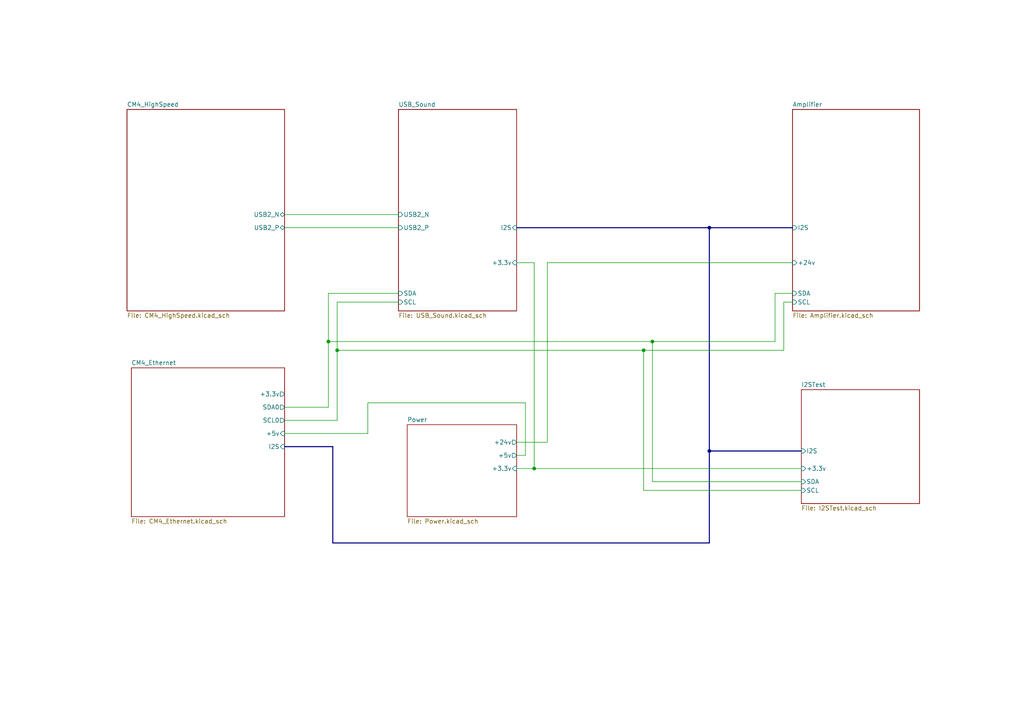
<source format=kicad_sch>
(kicad_sch (version 20230121) (generator eeschema)
  (paper "A4")
  (lib_symbols)
  (junction (at 97.79 101.6))
  (junction (at 154.94 135.89))
  (junction (at 189.23 99.06))
  (junction (at 95.25 99.06))
  (junction (at 205.74 130.81))
  (junction (at 186.69 101.6))
  (junction (at 205.74 66.04))
  (wire (pts (xy 229.87 85.09) (xy 224.79 85.09)))
  (wire (pts (xy 95.25 85.09) (xy 115.57 85.09)))
  (wire (pts (xy 154.94 76.2) (xy 154.94 135.89)))
  (wire (pts (xy 186.69 101.6) (xy 97.79 101.6)))
  (wire (pts (xy 82.55 66.04) (xy 115.57 66.04)))
  (bus (pts (xy 96.52 129.54) (xy 82.55 129.54)))
  (wire (pts (xy 149.86 76.2) (xy 154.94 76.2)))
  (wire (pts (xy 152.4 132.08) (xy 152.4 116.84)))
  (bus (pts (xy 205.74 130.81) (xy 205.74 157.48)))
  (wire (pts (xy 149.86 135.89) (xy 154.94 135.89)))
  (wire (pts (xy 97.79 121.92) (xy 82.55 121.92)))
  (bus (pts (xy 96.52 157.48) (xy 96.52 129.54)))
  (wire (pts (xy 95.25 99.06) (xy 95.25 85.09)))
  (wire (pts (xy 227.33 87.63) (xy 227.33 101.6)))
  (wire (pts (xy 158.75 76.2) (xy 229.87 76.2)))
  (wire (pts (xy 189.23 139.7) (xy 232.41 139.7)))
  (wire (pts (xy 154.94 135.89) (xy 232.41 135.89)))
  (wire (pts (xy 82.55 125.73) (xy 106.68 125.73)))
  (wire (pts (xy 152.4 116.84) (xy 106.68 116.84)))
  (wire (pts (xy 186.69 101.6) (xy 186.69 142.24)))
  (wire (pts (xy 224.79 99.06) (xy 189.23 99.06)))
  (wire (pts (xy 189.23 99.06) (xy 95.25 99.06)))
  (wire (pts (xy 115.57 87.63) (xy 97.79 87.63)))
  (wire (pts (xy 224.79 85.09) (xy 224.79 99.06)))
  (bus (pts (xy 205.74 66.04) (xy 205.74 130.81)))
  (wire (pts (xy 97.79 101.6) (xy 97.79 121.92)))
  (wire (pts (xy 189.23 99.06) (xy 189.23 139.7)))
  (bus (pts (xy 149.86 66.04) (xy 205.74 66.04)))
  (bus (pts (xy 205.74 157.48) (xy 96.52 157.48)))
  (wire (pts (xy 149.86 132.08) (xy 152.4 132.08)))
  (wire (pts (xy 82.55 118.11) (xy 95.25 118.11)))
  (wire (pts (xy 97.79 87.63) (xy 97.79 101.6)))
  (wire (pts (xy 158.75 128.27) (xy 149.86 128.27)))
  (wire (pts (xy 106.68 116.84) (xy 106.68 125.73)))
  (bus (pts (xy 205.74 66.04) (xy 229.87 66.04)))
  (wire (pts (xy 229.87 87.63) (xy 227.33 87.63)))
  (wire (pts (xy 95.25 118.11) (xy 95.25 99.06)))
  (wire (pts (xy 82.55 62.23) (xy 115.57 62.23)))
  (wire (pts (xy 158.75 76.2) (xy 158.75 128.27)))
  (bus (pts (xy 205.74 130.81) (xy 232.41 130.81)))
  (wire (pts (xy 186.69 142.24) (xy 232.41 142.24)))
  (wire (pts (xy 227.33 101.6) (xy 186.69 101.6)))
  (sheet (at 38.1 106.68) (size 44.45 43.18) (stroke (width 0.1524))
    (property "Sheetname" "CM4_Ethernet" (at 38.1 105.9684 0) (effects (justify left bottom)))
    (property "Sheetfile" "CM4_Ethernet.kicad_sch" (at 38.1 150.4446 0) (effects (justify left top)))
    (pin "+3.3v" output (at 82.55 114.3 0))
    (pin "SDA0" output (at 82.55 118.11 0))
    (pin "SCL0" output (at 82.55 121.92 0))
    (pin "+5v" input (at 82.55 125.73 0))
    (pin "I2S" input (at 82.55 129.54 0))
  )
  (sheet (at 232.41 113.03) (size 34.29 33.02) (stroke (width 0.1524))
    (property "Sheetname" "I2STest" (at 232.41 112.3184 0) (effects (justify left bottom)))
    (property "Sheetfile" "I2STest.kicad_sch" (at 232.41 146.6346 0) (effects (justify left top)))
    (pin "SCL" input (at 232.41 142.24 180))
    (pin "SDA" input (at 232.41 139.7 180))
    (pin "+3.3v" input (at 232.41 135.89 180))
    (pin "I2S" input (at 232.41 130.81 180))
  )
  (sheet (at 36.83 31.75) (size 45.72 58.42) (stroke (width 0.1524))
    (property "Sheetname" "CM4_HighSpeed" (at 36.83 31.0384 0) (effects (justify left bottom)))
    (property "Sheetfile" "CM4_HighSpeed.kicad_sch" (at 36.83 90.7546 0) (effects (justify left top)))
    (pin "USB2_N" bidirectional (at 82.55 62.23 0))
    (pin "USB2_P" bidirectional (at 82.55 66.04 0))
  )
  (sheet (at 115.57 31.75) (size 34.29 58.42) (stroke (width 0.1524))
    (property "Sheetname" "USB_Sound" (at 115.57 31.0384 0) (effects (justify left bottom)))
    (property "Sheetfile" "USB_Sound.kicad_sch" (at 115.57 90.7546 0) (effects (justify left top)))
    (pin "USB2_P" input (at 115.57 66.04 180))
    (pin "USB2_N" input (at 115.57 62.23 180))
    (pin "+3.3v" input (at 149.86 76.2 0))
    (pin "SDA" input (at 115.57 85.09 180))
    (pin "SCL" input (at 115.57 87.63 180))
    (pin "I2S" input (at 149.86 66.04 0))
  )
  (sheet (at 118.11 123.19) (size 31.75 26.67) (stroke (width 0.1524))
    (property "Sheetname" "Power" (at 118.11 122.4784 0) (effects (justify left bottom)))
    (property "Sheetfile" "Power.kicad_sch" (at 118.11 150.4446 0) (effects (justify left top)))
    (pin "+5v" output (at 149.86 132.08 0))
    (pin "+3.3v" input (at 149.86 135.89 0))
    (pin "+24v" output (at 149.86 128.27 0))
  )
  (sheet (at 229.87 31.75) (size 36.83 58.42) (stroke (width 0.1524))
    (property "Sheetname" "Amplifier" (at 229.87 31.0384 0) (effects (justify left bottom)))
    (property "Sheetfile" "Amplifier.kicad_sch" (at 229.87 90.7546 0) (effects (justify left top)))
    (pin "+24v" input (at 229.87 76.2 180))
    (pin "SDA" input (at 229.87 85.09 180))
    (pin "SCL" input (at 229.87 87.63 180))
    (pin "I2S" input (at 229.87 66.04 180))
  )
)
</source>
